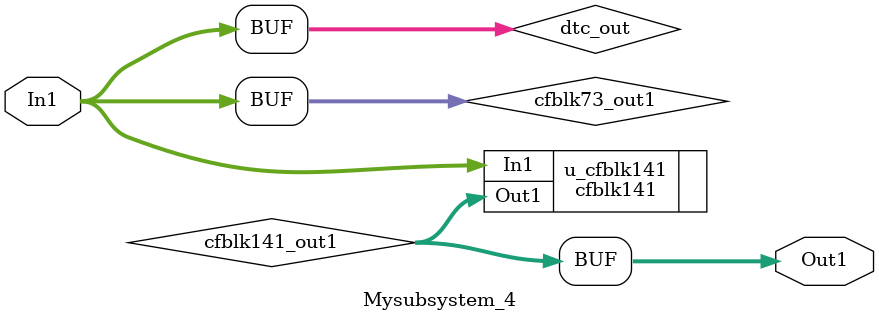
<source format=v>



`timescale 1 ns / 1 ns

module Mysubsystem_4
          (In1,
           Out1);


  input   [7:0] In1;  // uint8
  output  [7:0] Out1;  // uint8


  wire [7:0] dtc_out;  // ufix8
  wire [7:0] cfblk73_out1;  // uint8
  wire [7:0] cfblk141_out1;  // uint8


  assign dtc_out = In1;



  assign cfblk73_out1 = dtc_out;



  cfblk141 u_cfblk141 (.In1(cfblk73_out1),  // uint8
                       .Out1(cfblk141_out1)  // uint8
                       );

  assign Out1 = cfblk141_out1;

endmodule  // Mysubsystem_4


</source>
